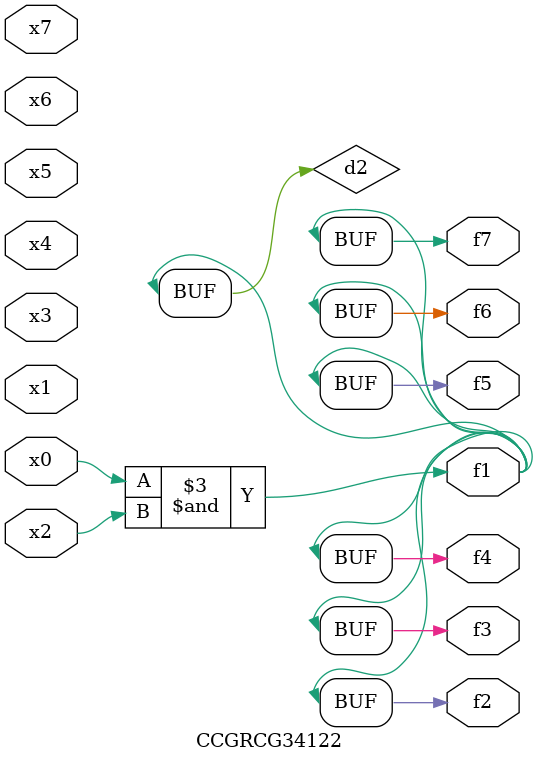
<source format=v>
module CCGRCG34122(
	input x0, x1, x2, x3, x4, x5, x6, x7,
	output f1, f2, f3, f4, f5, f6, f7
);

	wire d1, d2;

	nor (d1, x3, x6);
	and (d2, x0, x2);
	assign f1 = d2;
	assign f2 = d2;
	assign f3 = d2;
	assign f4 = d2;
	assign f5 = d2;
	assign f6 = d2;
	assign f7 = d2;
endmodule

</source>
